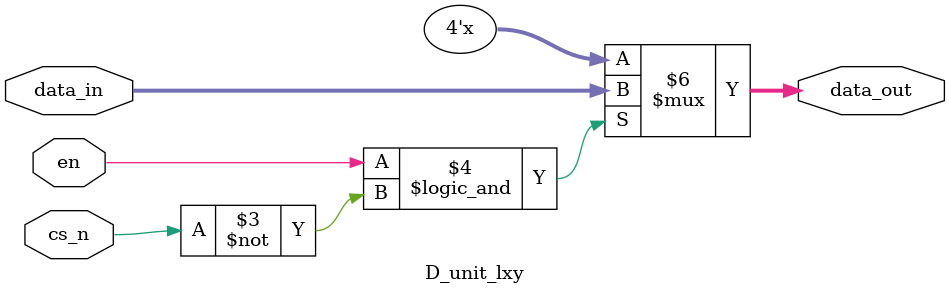
<source format=v>
module D_unit_lxy (
    input   wire            cs_n,
    input   wire            en,
    input   wire    [3:0]   data_in, 
    output  reg     [3:0]   data_out 
);

always @(*) begin
    if ((en == 1'b1) && (cs_n == 1'b0)) begin
        data_out <= data_in;
    end
    else begin
        data_out <= data_out;
    end
end

endmodule
</source>
